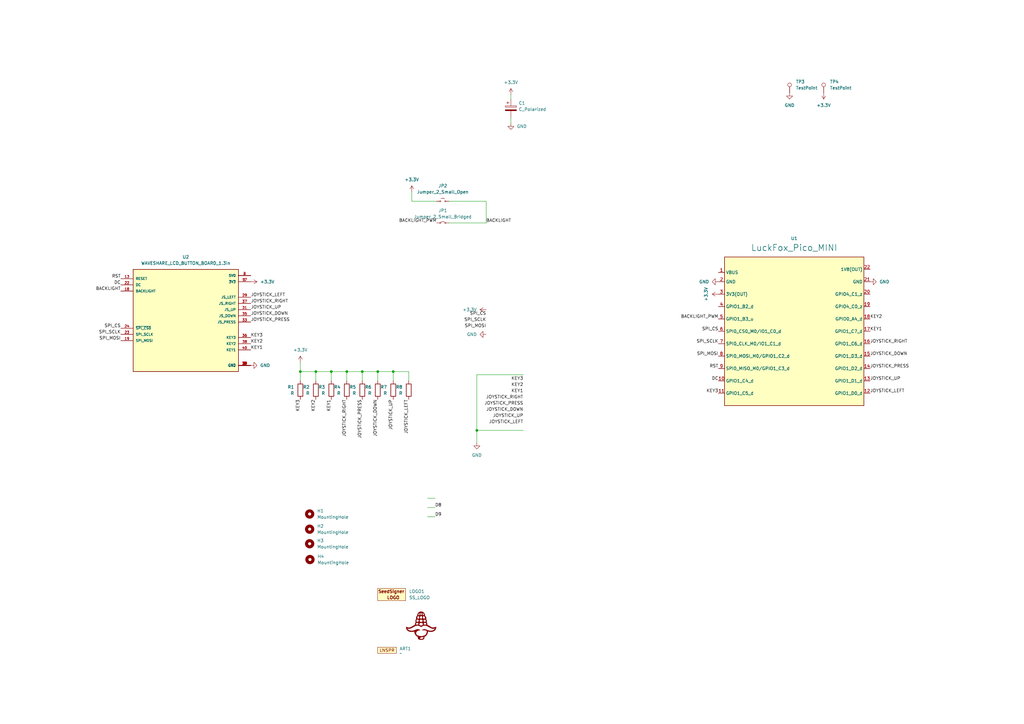
<source format=kicad_sch>
(kicad_sch (version 20250114) (generator "eeschema") (generator_version "9.0")
  (paper "A3")
  (lib_symbols
    (symbol "Connector:TestPoint" (pin_numbers (hide yes)) (pin_names (offset 0.762) (hide yes))
      (property "Reference" "TP" (at 0 6.858 0))
      (property "Value" "TestPoint" (at 0 5.08 0))
      (symbol "TestPoint_1_1"
        (pin passive line (at 0 0 90) (length 2.54) (name "1") (number "1"))
      )
    )
    (symbol "Device:C_Polarized" (pin_numbers (hide yes)) (pin_names (offset 0.254))
      (property "Reference" "C" (at 0.635 2.54 0))
      (property "Value" "C_Polarized" (at 0.635 -2.54 0))
      (symbol "C_Polarized_1_1"
        (pin passive line (at 0 3.81 270) (length 2.794) (name "~") (number "1"))
        (pin passive line (at 0 -3.81 90) (length 2.794) (name "~") (number "2"))
      )
    )
    (symbol "Device:R" (pin_numbers (hide yes)) (pin_names (offset 0))
      (property "Reference" "R" (at 2.032 0 90))
      (property "Value" "R" (at 0 0 90))
      (symbol "R_1_1"
        (pin passive line (at 0 3.81 270) (length 1.27) (name "~") (number "1"))
        (pin passive line (at 0 -3.81 90) (length 1.27) (name "~") (number "2"))
      )
    )
    (symbol "Jumper:Jumper_2_Small_Bridged" (pin_numbers (hide yes)) (pin_names (offset 0) (hide yes)) (exclude_from_sim yes)
      (property "Reference" "JP" (at 0 2.032 0))
      (property "Value" "Jumper_2_Small_Bridged" (at 0 -2.286 0))
      (symbol "Jumper_2_Small_Bridged_1_1"
        (pin passive line (at -2.54 0 0) (length 1.27) (name "A") (number "1"))
        (pin passive line (at 2.54 0 180) (length 1.27) (name "B") (number "2"))
      )
    )
    (symbol "Jumper:Jumper_2_Small_Open" (pin_numbers (hide yes)) (pin_names (offset 0) (hide yes)) (exclude_from_sim yes)
      (property "Reference" "JP" (at 0 2.794 0))
      (property "Value" "Jumper_2_Small_Open" (at 0 -2.286 0))
      (symbol "Jumper_2_Small_Open_1_1"
        (pin passive line (at -2.54 0 0) (length 1.27) (name "A") (number "1"))
        (pin passive line (at 2.54 0 180) (length 1.27) (name "B") (number "2"))
      )
    )
    (symbol "Luckfox:LuckFox_Pico_MINI"
      (property "Reference" "U" (at 0 53.34 0))
      (property "Value" "LuckFox_Pico_MINI" (at 1.016 -8.382 0))
      (symbol "LuckFox_Pico_MINI_1_1"
        (pin power_in line (at -27.94 48.26 0) (length 2.54) (name "VBUS") (number "1"))
        (pin power_in line (at -27.94 44.45 0) (length 2.54) (name "GND") (number "2"))
        (pin power_out line (at -27.94 39.37 0) (length 2.54) (name "3V3(OUT)") (number "3"))
        (pin bidirectional line (at -27.94 34.29 0) (length 2.54) (name "GPIO1_B2_d") (number "4"))
        (pin bidirectional line (at -27.94 29.21 0) (length 2.54) (name "GPIO1_B3_u") (number "5"))
        (pin bidirectional line (at -27.94 24.13 0) (length 2.54) (name "SPI0_CS0_M0/IO1_C0_d") (number "6"))
        (pin bidirectional line (at -27.94 19.05 0) (length 2.54) (name "SPI0_CLK_M0/IO1_C1_d") (number "7"))
        (pin bidirectional line (at -27.94 13.97 0) (length 2.54) (name "SPI0_MOSI_M0/GPIO1_C2_d") (number "8"))
        (pin bidirectional line (at -27.94 8.89 0) (length 2.54) (name "SPI0_MISO_M0/GPIO1_C3_d") (number "9"))
        (pin bidirectional line (at -27.94 3.81 0) (length 2.54) (name "GPIO1_C4_d") (number "10"))
        (pin bidirectional line (at -27.94 -1.27 0) (length 2.54) (name "GPIO1_C5_d") (number "11"))
        (pin power_out line (at 34.29 49.53 180) (length 2.54) (name "1V8(OUT)") (number "22"))
        (pin power_in line (at 34.29 44.45 180) (length 2.54) (name "GND") (number "21"))
        (pin bidirectional line (at 34.29 39.37 180) (length 2.54) (name "GPIO4_C1_z") (number "20"))
        (pin bidirectional line (at 34.29 34.29 180) (length 2.54) (name "GPIO4_C0_z") (number "19"))
        (pin bidirectional line (at 34.29 29.21 180) (length 2.54) (name "GPIO0_A4_d") (number "18"))
        (pin bidirectional line (at 34.29 24.13 180) (length 2.54) (name "GPIO1_C7_d") (number "17"))
        (pin bidirectional line (at 34.29 19.05 180) (length 2.54) (name "GPIO1_C6_d") (number "16"))
        (pin bidirectional line (at 34.29 13.97 180) (length 2.54) (name "GPIO1_D3_d") (number "15"))
        (pin bidirectional line (at 34.29 8.89 180) (length 2.54) (name "GPIO1_D2_d") (number "14"))
        (pin bidirectional line (at 34.29 3.81 180) (length 2.54) (name "GPIO1_D1_d") (number "13"))
        (pin bidirectional line (at 34.29 -1.27 180) (length 2.54) (name "GPIO1_D0_d") (number "12"))
      )
    )
    (symbol "Mechanical:MountingHole" (pin_names (offset 1.016))
      (property "Reference" "H" (at 0 5.08 0))
      (property "Value" "MountingHole" (at 0 3.175 0))
    )
    (symbol "SeedSigner:CORN-LOGO" (pin_names (offset 1.016)))
    (symbol "SeedSigner:SS_LOGO" (pin_numbers (hide yes)) (pin_names (offset 0) (hide yes)) (in_bom no)
      (property "Reference" "LOGO" (at 0 3.81 0))
      (property "Value" "SS_LOGO" (at 0 2.54 0))
      (symbol "SS_LOGO_0_0"
        (text "SeedSigner" (at -0.8 0 0) (effects (font (size 1.27 1.27) (bold yes))))
        (text "LOGO" (at 0 -2.54 0) (effects (font (size 1.27 1.27) (bold yes))))
      )
    )
    (symbol "SeedSigner:WAVESHARE_LCD_BUTTON" (pin_names (offset 1.016))
      (property "Reference" "U" (at -23.368 21.336 0))
      (property "Value" "WAVESHARE_LCD_BUTTON_BOARD_1.3in" (at -19.812 -24.384 0))
      (symbol "WAVESHARE_LCD_BUTTON_0_0"
        (pin power_in line (at 25.4 17.78 180) (length 5.08) (name "5V0") (number "2"))
        (pin power_in line (at 25.4 17.78 180) (length 5.08) (name "5V0") (number "4"))
        (pin power_in line (at 25.4 15.24 180) (length 5.08) (name "3V3") (number "1"))
        (pin power_in line (at 25.4 15.24 180) (length 5.08) (name "3V3") (number "17"))
        (pin power_in line (at 25.4 -19.05 180) (length 5.08) (name "GND") (number "14"))
        (pin power_in line (at 25.4 -19.05 180) (length 5.08) (name "GND") (number "20"))
        (pin power_in line (at 25.4 -19.05 180) (length 5.08) (name "GND") (number "25"))
        (pin power_in line (at 25.4 -19.05 180) (length 5.08) (name "GND") (number "30"))
        (pin power_in line (at 25.4 -19.05 180) (length 5.08) (name "GND") (number "34"))
        (pin power_in line (at 25.4 -19.05 180) (length 5.08) (name "GND") (number "39"))
        (pin power_in line (at 25.4 -19.05 180) (length 5.08) (name "GND") (number "6"))
        (pin power_in line (at 25.4 -19.05 180) (length 5.08) (name "GND") (number "9"))
      )
      (symbol "WAVESHARE_LCD_BUTTON_1_0"
        (pin bidirectional line (at -27.94 16.51 0) (length 5.08) (name "RESET") (number "13"))
        (pin bidirectional line (at -27.94 13.97 0) (length 5.08) (name "DC") (number "22"))
        (pin bidirectional line (at -27.94 11.43 0) (length 5.08) (name "BACKLIGHT") (number "18"))
        (pin bidirectional line (at -27.94 -3.81 0) (length 5.08) (name "~{SPI_CS0}") (number "24"))
        (pin bidirectional line (at -27.94 -6.35 0) (length 5.08) (name "SPI_SCLK") (number "23"))
        (pin bidirectional line (at -27.94 -8.89 0) (length 5.08) (name "SPI_MOSI") (number "19"))
        (pin bidirectional line (at 25.4 8.89 180) (length 5.08) (name "JS_LEFT") (number "29"))
        (pin bidirectional line (at 25.4 6.35 180) (length 5.08) (name "JS_RIGHT") (number "37"))
        (pin bidirectional line (at 25.4 3.81 180) (length 5.08) (name "JS_UP") (number "31"))
        (pin bidirectional line (at 25.4 1.27 180) (length 5.08) (name "JS_DOWN") (number "35"))
        (pin bidirectional line (at 25.4 -1.27 180) (length 5.08) (name "JS_PRESS") (number "33"))
        (pin bidirectional line (at 25.4 -7.62 180) (length 5.08) (name "KEY3") (number "36"))
        (pin bidirectional line (at 25.4 -10.16 180) (length 5.08) (name "KEY2") (number "38"))
        (pin bidirectional line (at 25.4 -12.7 180) (length 5.08) (name "KEY1") (number "40"))
      )
    )
    (symbol "power:+3.3V" (power) (pin_names (offset 0))
      (property "Value" "+3.3V" (at 0 3.556 0))
      (symbol "+3.3V_1_1"
        (pin power_in line (at 0 0 90) (length 0) (hide yes) (name "+3.3V") (number "1"))
      )
    )
    (symbol "power:GND" (power) (pin_names (offset 0))
      (property "Value" "GND" (at 0 -3.81 0))
      (symbol "GND_1_1"
        (pin power_in line (at 0 0 270) (length 0) (hide yes) (name "GND") (number "1"))
      )
    )
    (symbol "seedsigner:LIGHTNINGSPORE"
      (property "Reference" "ART" (at 0 2.032 0))
      (symbol "LIGHTNINGSPORE_1_1"
        (text "LNSPR" (at 0 0 0) (effects (font (size 1.27 1.27))))
      )
    )
  )
  (junction (at 142.24 152.4))
  (junction (at 129.54 152.4))
  (junction (at 154.94 152.4))
  (junction (at 195.58 176.53))
  (junction (at 148.59 152.4))
  (junction (at 123.19 152.4))
  (junction (at 135.89 152.4))
  (junction (at 161.29 152.4))
  (wire (pts (xy 209.55 38.862) (xy 209.55 40.64)))
  (wire (pts (xy 184.15 82.55) (xy 199.39 82.55)))
  (wire (pts (xy 209.55 50.546) (xy 209.55 48.26)))
  (wire (pts (xy 123.19 152.4) (xy 123.19 156.21)))
  (wire (pts (xy 195.58 176.53) (xy 195.58 153.67)))
  (wire (pts (xy 199.39 82.55) (xy 199.39 91.44)))
  (wire (pts (xy 154.94 152.4) (xy 154.94 156.21)))
  (wire (pts (xy 184.15 91.44) (xy 199.39 91.44)))
  (wire (pts (xy 178.435 211.963) (xy 175.387 211.963)))
  (wire (pts (xy 148.59 152.4) (xy 148.59 156.21)))
  (wire (pts (xy 135.89 152.4) (xy 142.24 152.4)))
  (wire (pts (xy 195.58 176.53) (xy 195.58 181.61)))
  (wire (pts (xy 123.19 148.59) (xy 123.19 152.4)))
  (wire (pts (xy 123.19 152.4) (xy 129.54 152.4)))
  (wire (pts (xy 142.24 152.4) (xy 142.24 156.21)))
  (wire (pts (xy 214.63 176.53) (xy 195.58 176.53)))
  (wire (pts (xy 129.54 152.4) (xy 129.54 156.21)))
  (wire (pts (xy 167.64 152.4) (xy 167.64 156.21)))
  (wire (pts (xy 195.58 153.67) (xy 214.63 153.67)))
  (wire (pts (xy 179.07 82.55) (xy 168.91 82.55)))
  (wire (pts (xy 154.94 152.4) (xy 161.29 152.4)))
  (wire (pts (xy 178.435 208.153) (xy 175.387 208.153)))
  (wire (pts (xy 161.29 152.4) (xy 167.64 152.4)))
  (wire (pts (xy 148.59 152.4) (xy 154.94 152.4)))
  (wire (pts (xy 178.435 204.343) (xy 175.387 204.343)))
  (wire (pts (xy 135.89 156.21) (xy 135.89 152.4)))
  (wire (pts (xy 142.24 152.4) (xy 148.59 152.4)))
  (wire (pts (xy 168.91 82.55) (xy 168.91 78.74)))
  (wire (pts (xy 129.54 152.4) (xy 135.89 152.4)))
  (wire (pts (xy 161.29 152.4) (xy 161.29 156.21)))
  (label "RST" (at 294.64 151.13 180))
  (label "KEY2" (at 129.54 163.83 270))
  (label "SPI_MOSI" (at 294.64 146.05 180))
  (label "JOYSTICK_RIGHT" (at 214.63 163.83 180))
  (label "JOYSTICK_RIGHT" (at 102.87 124.46 0))
  (label "KEY1" (at 356.87 135.89 0))
  (label "JOYSTICK_PRESS" (at 356.87 151.13 0))
  (label "SPI_SCLK" (at 199.39 132.08 180))
  (label "KEY1" (at 135.89 163.83 270))
  (label "JOYSTICK_PRESS" (at 214.63 166.37 180))
  (label "D9" (at 178.435 211.963 0))
  (label "JOYSTICK_LEFT" (at 356.87 161.29 0))
  (label "SPI_CS" (at 294.64 135.89 180))
  (label "JOYSTICK_UP" (at 356.87 156.21 0))
  (label "DC" (at 294.64 156.21 180))
  (label "JOYSTICK_RIGHT" (at 142.24 163.83 270))
  (label "D8" (at 178.435 208.153 0))
  (label "KEY3" (at 102.87 138.43 0))
  (label "JOYSTICK_DOWN" (at 102.87 129.54 0))
  (label "KEY2" (at 102.87 140.97 0))
  (label "BACKLIGHT_PWM" (at 294.64 130.81 180))
  (label "KEY2" (at 356.87 130.81 0))
  (label "JOYSTICK_LEFT" (at 214.63 173.99 180))
  (label "JOYSTICK_UP" (at 161.29 163.83 270))
  (label "KEY3" (at 294.64 161.29 180))
  (label "SPI_SCLK" (at 294.64 140.97 180))
  (label "SPI_CS" (at 199.39 129.54 180))
  (label "SPI_MOSI" (at 199.39 134.62 180))
  (label "JOYSTICK_DOWN" (at 214.63 168.91 180))
  (label "JOYSTICK_DOWN" (at 356.87 146.05 0))
  (label "KEY2" (at 214.63 158.75 180))
  (label "RST" (at 49.53 114.3 180))
  (label "BACKLIGHT_PWM" (at 179.07 91.44 180))
  (label "SPI_MOSI" (at 49.53 139.7 180))
  (label "KEY1" (at 102.87 143.51 0))
  (label "JOYSTICK_PRESS" (at 102.87 132.08 0))
  (label "JOYSTICK_LEFT" (at 102.87 121.92 0))
  (label "JOYSTICK_DOWN" (at 154.94 163.83 270))
  (label "SPI_CS" (at 49.53 134.62 180))
  (label "SPI_SCLK" (at 49.53 137.16 180))
  (label "JOYSTICK_LEFT" (at 167.64 163.83 270))
  (label "JOYSTICK_UP" (at 214.63 171.45 180))
  (label "BACKLIGHT" (at 199.39 91.44 0))
  (label "DC" (at 49.53 116.84 180))
  (label "KEY1" (at 214.63 161.29 180))
  (label "JOYSTICK_PRESS" (at 148.59 163.83 270))
  (label "BACKLIGHT" (at 49.53 119.38 180))
  (label "JOYSTICK_RIGHT" (at 356.87 140.97 0))
  (label "KEY3" (at 214.63 156.21 180))
  (label "KEY3" (at 123.19 163.83 270))
  (label "JOYSTICK_UP" (at 102.87 127 0))
  (symbol (lib_id "Mechanical:MountingHole") (at 127.127 229.489 0) (unit 1)
    (property "Reference" "H4" (at 130.175 228.2189 0) (effects (justify left)))
    (property "Value" "MountingHole" (at 130.175 230.7589 0) (effects (justify left)))
    (property "Footprint" "seedsigner-luckfox:MOUNT_HOLE_3MM" (effects (hide yes)))
  )
  (symbol (lib_id "power:GND") (at 323.85 38.1 0) (unit 1)
    (property "Reference" "#PWR015" (effects (hide yes)))
    (property "Value" "GND" (at 323.85 43.18 0))
  )
  (symbol (lib_id "Jumper:Jumper_2_Small_Bridged") (at 181.61 91.44 0) (unit 1) (exclude_from_sim yes)
    (property "Reference" "JP1" (at 181.61 86.36 0))
    (property "Value" "Jumper_2_Small_Bridged" (at 181.61 88.9 0))
    (property "Footprint" "seedsigner-luckfox:SolderJumper-2_P1.3mm_Bridged_Pad1.0x1.5mm" (effects (hide yes)))
    (property "Description" "Jumper, 2-pole, small symbol, bridged" (effects (hide yes)))
  )
  (symbol (lib_id "Mechanical:MountingHole") (at 127 217.043 0) (unit 1)
    (property "Reference" "H2" (at 130.048 215.7729 0) (effects (justify left)))
    (property "Value" "MountingHole" (at 130.048 218.3129 0) (effects (justify left)))
    (property "Footprint" "seedsigner-luckfox:MOUNT_HOLE_3MM" (effects (hide yes)))
  )
  (symbol (lib_id "power:+3.3V") (at 168.91 78.74 0) (unit 1)
    (property "Reference" "#PWR013" (effects (hide yes)))
    (property "Value" "+3.3V" (at 168.91 73.66 0))
  )
  (symbol (lib_id "power:GND") (at 102.87 149.86 90) (unit 1)
    (property "Reference" "#PWR012" (effects (hide yes)))
    (property "Value" "GND" (at 106.68 149.8599 90) (effects (justify right)))
  )
  (symbol (lib_id "Device:R") (at 135.89 160.02 0) (mirror y) (unit 1)
    (property "Reference" "R3" (at 133.35 158.7499 0) (effects (justify left)))
    (property "Value" "R" (at 133.35 161.2899 0) (effects (justify left)))
    (property "Footprint" "Resistor_SMD:R_0603_1608Metric_Pad0.98x0.95mm_HandSolder" (effects (hide yes)))
    (property "Description" "Resistor" (effects (hide yes)))
  )
  (symbol (lib_id "power:+3.3V") (at 102.87 115.57 270) (unit 1)
    (property "Reference" "#PWR04" (effects (hide yes)))
    (property "Value" "+3.3V" (at 106.68 115.5699 90) (effects (justify left)))
  )
  (symbol (lib_id "power:+3.3V") (at 337.82 38.1 180) (unit 1)
    (property "Reference" "#PWR016" (effects (hide yes)))
    (property "Value" "+3.3V" (at 337.82 43.18 0))
  )
  (symbol (lib_id "Device:R") (at 167.64 160.02 0) (mirror y) (unit 1)
    (property "Reference" "R8" (at 165.1 158.7499 0) (effects (justify left)))
    (property "Value" "R" (at 165.1 161.2899 0) (effects (justify left)))
    (property "Footprint" "Resistor_SMD:R_0603_1608Metric_Pad0.98x0.95mm_HandSolder" (effects (hide yes)))
    (property "Description" "Resistor" (effects (hide yes)))
  )
  (symbol (lib_id "power:GND") (at 294.64 115.57 270) (unit 1)
    (property "Reference" "#PWR02" (effects (hide yes)))
    (property "Value" "GND" (at 290.83 115.5699 90) (effects (justify right)))
  )
  (symbol (lib_id "Luckfox:LuckFox_Pico_MINI") (at 322.58 160.02 0) (unit 1)
    (property "Reference" "U1" (at 325.755 97.79 0))
    (property "Value" "LuckFox_Pico_MINI" (at 325.755 101.6 0) (effects (font (size 2.54 2.54))))
    (property "Footprint" "seedsigner-luckfox:LUCKFOX_PICO_MINI" (effects (hide yes)))
  )
  (symbol (lib_id "SeedSigner:SS_LOGO") (at 161.29 242.57 0) (unit 1) (in_bom no)
    (property "Reference" "LOGO1" (at 167.767 242.5699 0) (effects (justify left)))
    (property "Value" "SS_LOGO" (at 167.767 245.1099 0) (effects (justify left)))
    (property "Footprint" "seedsigner-luckfox:seedsigner-logo-small" (effects (hide yes)))
  )
  (symbol (lib_id "Mechanical:MountingHole") (at 127 210.82 0) (unit 1)
    (property "Reference" "H1" (at 130.048 209.5499 0) (effects (justify left)))
    (property "Value" "MountingHole" (at 130.048 212.0899 0) (effects (justify left)))
    (property "Footprint" "seedsigner-luckfox:MOUNT_HOLE_3MM" (effects (hide yes)))
  )
  (symbol (lib_id "Device:C_Polarized") (at 209.55 44.45 0) (unit 1)
    (property "Reference" "C1" (at 212.725 42.2909 0) (effects (justify left)))
    (property "Value" "C_Polarized" (at 212.725 44.8309 0) (effects (justify left)))
    (property "Footprint" "seedsigner-luckfox:CP_Radial_D5.0mm_P2.50mm" (effects (hide yes)))
  )
  (symbol (lib_id "Device:R") (at 129.54 160.02 0) (mirror y) (unit 1)
    (property "Reference" "R2" (at 127 158.7499 0) (effects (justify left)))
    (property "Value" "R" (at 127 161.2899 0) (effects (justify left)))
    (property "Footprint" "Resistor_SMD:R_0603_1608Metric_Pad0.98x0.95mm_HandSolder" (effects (hide yes)))
    (property "Description" "Resistor" (effects (hide yes)))
  )
  (symbol (lib_id "Device:R") (at 161.29 160.02 0) (mirror y) (unit 1)
    (property "Reference" "R7" (at 158.75 158.7499 0) (effects (justify left)))
    (property "Value" "R" (at 158.75 161.2899 0) (effects (justify left)))
    (property "Footprint" "Resistor_SMD:R_0603_1608Metric_Pad0.98x0.95mm_HandSolder" (effects (hide yes)))
    (property "Description" "Resistor" (effects (hide yes)))
  )
  (symbol (lib_id "power:+3.3V") (at 199.39 127 90) (unit 1)
    (property "Reference" "#PWR010" (effects (hide yes)))
    (property "Value" "+3.3V" (at 195.58 126.9999 90) (effects (justify left)))
  )
  (symbol (lib_id "power:+3.3V") (at 209.55 38.862 0) (unit 1)
    (property "Reference" "#PWR05" (effects (hide yes)))
    (property "Value" "+3.3V" (at 209.55 33.782 0))
  )
  (symbol (lib_id "power:GND") (at 199.39 137.16 270) (unit 1)
    (property "Reference" "#PWR011" (effects (hide yes)))
    (property "Value" "GND" (at 195.58 137.1599 90) (effects (justify right)))
  )
  (symbol (lib_id "power:+3.3V") (at 123.19 148.59 0) (unit 1)
    (property "Reference" "#PWR09" (effects (hide yes)))
    (property "Value" "+3.3V" (at 123.19 143.51 0))
  )
  (symbol (lib_id "Device:R") (at 142.24 160.02 0) (mirror y) (unit 1)
    (property "Reference" "R4" (at 139.7 158.7499 0) (effects (justify left)))
    (property "Value" "R" (at 139.7 161.2899 0) (effects (justify left)))
    (property "Footprint" "Resistor_SMD:R_0603_1608Metric_Pad0.98x0.95mm_HandSolder" (effects (hide yes)))
    (property "Description" "Resistor" (effects (hide yes)))
  )
  (symbol (lib_id "SeedSigner:WAVESHARE_LCD_BUTTON") (at 77.47 130.81 0) (unit 1)
    (property "Reference" "U2" (at 76.2 105.41 0))
    (property "Value" "WAVESHARE_LCD_BUTTON_BOARD_1.3in" (at 76.2 107.95 0))
    (property "Footprint" "seedsigner-luckfox:WAVESHARE_LCD_BUTTON" (effects (hide yes)))
    (property "MANUFACTURER" "Waveshare" (effects (hide yes)))
  )
  (symbol (lib_id "Jumper:Jumper_2_Small_Open") (at 181.61 82.55 0) (unit 1) (exclude_from_sim yes)
    (property "Reference" "JP2" (at 181.61 76.2 0))
    (property "Value" "Jumper_2_Small_Open" (at 181.61 78.74 0))
    (property "Footprint" "seedsigner-luckfox:SolderJumper-2_P1.3mm_Open_Pad1.0x1.5mm" (effects (hide yes)))
    (property "Description" "Jumper, 2-pole, small symbol, open" (effects (hide yes)))
  )
  (symbol (lib_id "Mechanical:MountingHole") (at 127 223.012 0) (unit 1)
    (property "Reference" "H3" (at 130.048 221.7419 0) (effects (justify left)))
    (property "Value" "MountingHole" (at 130.048 224.2819 0) (effects (justify left)))
    (property "Footprint" "seedsigner-luckfox:MOUNT_HOLE_3MM" (effects (hide yes)))
  )
  (symbol (lib_id "power:GND") (at 356.87 115.57 90) (unit 1)
    (property "Reference" "#PWR03" (effects (hide yes)))
    (property "Value" "GND" (at 360.68 115.5699 90) (effects (justify right)))
  )
  (symbol (lib_id "power:GND") (at 209.55 50.546 0) (unit 1)
    (property "Reference" "#PWR06" (effects (hide yes)))
    (property "Value" "GND" (at 211.963 51.8159 0) (effects (justify left)))
  )
  (symbol (lib_id "Connector:TestPoint") (at 323.85 38.1 0) (unit 1)
    (property "Reference" "TP3" (at 326.39 33.5279 0) (effects (justify left)))
    (property "Value" "TestPoint" (at 326.39 36.0679 0) (effects (justify left)))
    (property "Footprint" "seedsigner-luckfox:TestPoint_Pad_1.5x1.5mm" (effects (hide yes)))
    (property "Description" "test point" (effects (hide yes)))
  )
  (symbol (lib_id "Device:R") (at 154.94 160.02 0) (mirror y) (unit 1)
    (property "Reference" "R6" (at 152.4 158.7499 0) (effects (justify left)))
    (property "Value" "R" (at 152.4 161.2899 0) (effects (justify left)))
    (property "Footprint" "Resistor_SMD:R_0603_1608Metric_Pad0.98x0.95mm_HandSolder" (effects (hide yes)))
    (property "Description" "Resistor" (effects (hide yes)))
  )
  (symbol (lib_id "Device:R") (at 148.59 160.02 0) (mirror y) (unit 1)
    (property "Reference" "R5" (at 146.05 158.7499 0) (effects (justify left)))
    (property "Value" "R" (at 146.05 161.2899 0) (effects (justify left)))
    (property "Footprint" "Resistor_SMD:R_0603_1608Metric_Pad0.98x0.95mm_HandSolder" (effects (hide yes)))
    (property "Description" "Resistor" (effects (hide yes)))
  )
  (symbol (lib_id "seedsigner:LIGHTNINGSPORE") (at 158.75 266.7 0) (unit 1)
    (property "Reference" "ART1" (at 163.83 266.0649 0) (effects (justify left)))
    (property "Value" "~" (at 163.83 267.97 0) (effects (justify left)))
    (property "Footprint" "seedsigner-luckfox:LightningSpore_Logo" (effects (hide yes)))
  )
  (symbol (lib_id "power:+3.3V") (at 294.64 120.65 90) (unit 1)
    (property "Reference" "#PWR01" (effects (hide yes)))
    (property "Value" "+3.3V" (at 289.56 120.65 0))
  )
  (symbol (lib_id "power:GND") (at 195.58 181.61 0) (unit 1)
    (property "Reference" "#PWR014" (effects (hide yes)))
    (property "Value" "GND" (at 195.58 186.69 0))
  )
  (symbol (lib_id "Device:R") (at 123.19 160.02 0) (mirror y) (unit 1)
    (property "Reference" "R1" (at 120.65 158.7499 0) (effects (justify left)))
    (property "Value" "R" (at 120.65 161.2899 0) (effects (justify left)))
    (property "Footprint" "Resistor_SMD:R_0603_1608Metric_Pad0.98x0.95mm_HandSolder" (effects (hide yes)))
    (property "Description" "Resistor" (effects (hide yes)))
  )
  (symbol (lib_id "Connector:TestPoint") (at 337.82 38.1 0) (unit 1)
    (property "Reference" "TP4" (at 340.36 33.5279 0) (effects (justify left)))
    (property "Value" "TestPoint" (at 340.36 36.0679 0) (effects (justify left)))
    (property "Footprint" "seedsigner-luckfox:TestPoint_Pad_1.5x1.5mm" (effects (hide yes)))
    (property "Description" "test point" (effects (hide yes)))
  )
  (symbol (lib_id "SeedSigner:CORN-LOGO") (at 172.72 256.54 0) (unit 1)
    (property "Reference" "LOGO2" (effects (hide yes)))
    (property "Value" "CORN-LOGO" (effects (hide yes)))
    (property "Footprint" "seedsigner-luckfox:corn-logo" (effects (hide yes)))
  )
)
</source>
